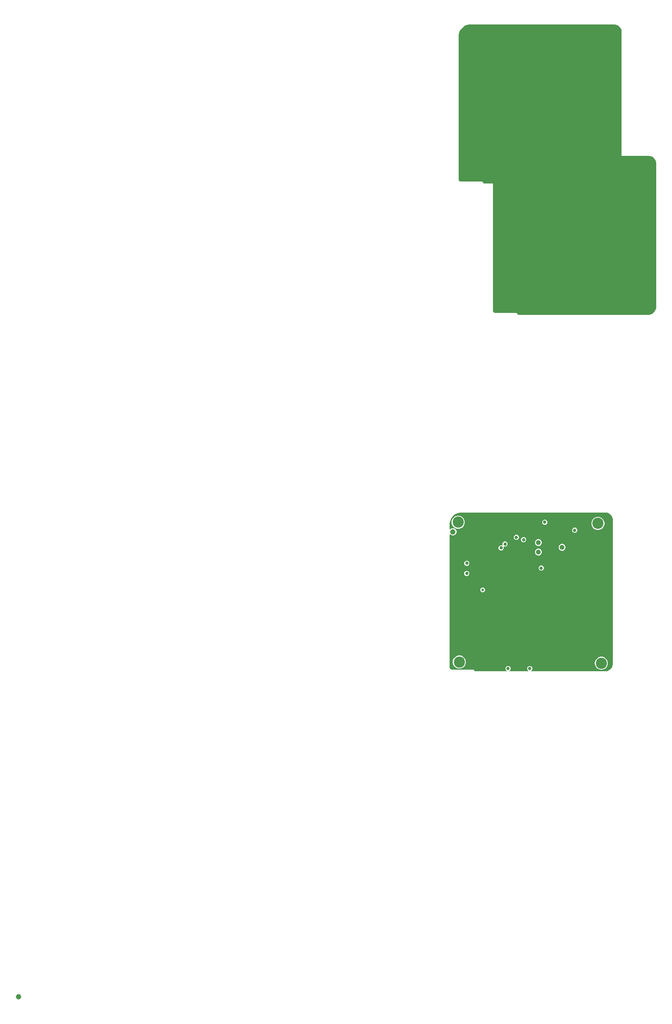
<source format=gbr>
%TF.GenerationSoftware,Altium Limited,Altium Designer,24.4.1 (13)*%
G04 Layer_Physical_Order=3*
G04 Layer_Color=16440176*
%FSLAX45Y45*%
%MOMM*%
%TF.SameCoordinates,9860FC65-6E59-49BE-95FE-00A45DA03842*%
%TF.FilePolarity,Positive*%
%TF.FileFunction,Copper,L3,Inr,Signal*%
%TF.Part,Single*%
G01*
G75*
%TA.AperFunction,ViaPad*%
%ADD42C,1.15200*%
%TA.AperFunction,ComponentPad*%
%ADD43C,1.06700*%
%TA.AperFunction,ViaPad*%
%ADD44C,2.40000*%
%ADD45C,0.80000*%
%ADD46C,0.70000*%
%ADD47C,0.60000*%
%ADD48C,0.50000*%
G36*
X3394170Y3403851D02*
X3423288Y3391790D01*
X3449494Y3374280D01*
X3471780Y3351994D01*
X3489290Y3325788D01*
X3501351Y3296670D01*
X3507500Y3265759D01*
Y3250000D01*
Y170000D01*
Y153256D01*
X3500967Y120413D01*
X3488152Y89475D01*
X3469548Y61631D01*
X3445869Y37952D01*
X3418025Y19348D01*
X3387087Y6533D01*
X3354243Y0D01*
X1748520D01*
X1745994Y12700D01*
X1753655Y15873D01*
X1769127Y31345D01*
X1777500Y51560D01*
Y73440D01*
X1769127Y93655D01*
X1753655Y109127D01*
X1733440Y117500D01*
X1711560D01*
X1691345Y109127D01*
X1675873Y93655D01*
X1667500Y73440D01*
Y51560D01*
X1675873Y31345D01*
X1691345Y15873D01*
X1699006Y12700D01*
X1696480Y0D01*
X1286020D01*
X1283494Y12700D01*
X1291155Y15873D01*
X1306627Y31345D01*
X1315000Y51560D01*
Y73440D01*
X1306627Y93655D01*
X1291155Y109127D01*
X1270940Y117500D01*
X1249060D01*
X1228845Y109127D01*
X1213373Y93655D01*
X1205000Y73440D01*
Y51560D01*
X1213373Y31345D01*
X1228845Y15873D01*
X1236506Y12700D01*
X1233980Y0D01*
X545511D01*
X541835Y1522D01*
X539022Y4335D01*
X537500Y8011D01*
Y10000D01*
X536923Y15853D01*
X532444Y26667D01*
X524167Y34944D01*
X513353Y39423D01*
X507500Y40000D01*
X47554D01*
X29177Y47612D01*
X15112Y61677D01*
X7500Y80054D01*
Y90000D01*
Y1600000D01*
Y2934797D01*
X20200Y2940057D01*
X27353Y2932905D01*
X45048Y2922688D01*
X64784Y2917400D01*
X85216D01*
X104953Y2922688D01*
X122647Y2932905D01*
X137095Y2947352D01*
X147312Y2965047D01*
X152600Y2984784D01*
Y3005216D01*
X147312Y3024952D01*
X137095Y3042647D01*
X122647Y3057095D01*
X104953Y3067311D01*
X85216Y3072600D01*
X64784D01*
X45048Y3067311D01*
X27353Y3057095D01*
X20200Y3049942D01*
X7500Y3055203D01*
Y3181017D01*
X17261Y3230089D01*
X36408Y3276314D01*
X64205Y3317915D01*
X99585Y3353295D01*
X141186Y3381092D01*
X187411Y3400239D01*
X236483Y3410000D01*
X3363258D01*
X3394170Y3403851D01*
D02*
G37*
G36*
X3584170Y13873851D02*
X3613288Y13861790D01*
X3639494Y13844279D01*
X3661780Y13821994D01*
X3679290Y13795789D01*
X3691351Y13766670D01*
X3697500Y13735757D01*
Y13720000D01*
Y11060000D01*
X4293259D01*
X4324170Y11053851D01*
X4353288Y11041790D01*
X4379494Y11024280D01*
X4401780Y11001994D01*
X4419290Y10975788D01*
X4431351Y10946670D01*
X4437500Y10915758D01*
Y10900000D01*
Y7820000D01*
Y7803256D01*
X4430967Y7770413D01*
X4418152Y7739474D01*
X4399548Y7711631D01*
X4375869Y7687952D01*
X4348025Y7669348D01*
X4317087Y7656533D01*
X4284244Y7650000D01*
X1475511D01*
X1471836Y7651522D01*
X1469022Y7654335D01*
X1467500Y7658011D01*
Y7660000D01*
X1466924Y7665853D01*
X1462444Y7676667D01*
X1454167Y7684944D01*
X1443353Y7689423D01*
X1437500Y7690000D01*
X977555D01*
X959177Y7697612D01*
X945112Y7711677D01*
X937500Y7730054D01*
Y7740000D01*
Y9250000D01*
Y10470000D01*
X735511D01*
X731835Y10471522D01*
X729022Y10474335D01*
X727500Y10478011D01*
Y10480000D01*
X726924Y10485853D01*
X722444Y10496667D01*
X714167Y10504944D01*
X703353Y10509423D01*
X697500Y10510000D01*
X237555D01*
X219177Y10517612D01*
X205112Y10531677D01*
X197500Y10550054D01*
Y10560000D01*
Y12070000D01*
Y13625999D01*
Y13651018D01*
X207261Y13700089D01*
X226408Y13746313D01*
X254205Y13787915D01*
X289585Y13823294D01*
X331186Y13851093D01*
X377411Y13870239D01*
X426483Y13880000D01*
X3553259D01*
X3584170Y13873851D01*
D02*
G37*
%LPC*%
G36*
X2058440Y3255000D02*
X2036560D01*
X2016345Y3246626D01*
X2000874Y3231155D01*
X1992500Y3210940D01*
Y3189060D01*
X2000874Y3168845D01*
X2016345Y3153373D01*
X2036560Y3145000D01*
X2058440D01*
X2078655Y3153373D01*
X2094127Y3168845D01*
X2102500Y3189060D01*
Y3210940D01*
X2094127Y3231155D01*
X2078655Y3246626D01*
X2058440Y3255000D01*
D02*
G37*
G36*
X205931Y3340000D02*
X169069D01*
X133462Y3330459D01*
X101538Y3312028D01*
X75472Y3285962D01*
X57041Y3254038D01*
X47500Y3218431D01*
Y3181569D01*
X57041Y3145962D01*
X75472Y3114038D01*
X101538Y3087972D01*
X133462Y3069541D01*
X169069Y3060000D01*
X205931D01*
X241538Y3069541D01*
X273462Y3087972D01*
X299528Y3114038D01*
X317959Y3145962D01*
X327500Y3181569D01*
Y3218431D01*
X317959Y3254038D01*
X299528Y3285962D01*
X273462Y3312028D01*
X241538Y3330459D01*
X205931Y3340000D01*
D02*
G37*
G36*
X3205931Y3315000D02*
X3169069D01*
X3133462Y3305459D01*
X3101538Y3287028D01*
X3075472Y3260962D01*
X3057041Y3229038D01*
X3047500Y3193431D01*
Y3156569D01*
X3057041Y3120962D01*
X3075472Y3089038D01*
X3101538Y3062972D01*
X3133462Y3044541D01*
X3169069Y3035000D01*
X3205931D01*
X3241538Y3044541D01*
X3273462Y3062972D01*
X3299528Y3089038D01*
X3317959Y3120962D01*
X3327500Y3156569D01*
Y3193431D01*
X3317959Y3229038D01*
X3299528Y3260962D01*
X3273462Y3287028D01*
X3241538Y3305459D01*
X3205931Y3315000D01*
D02*
G37*
G36*
X2700440Y3082458D02*
X2678560D01*
X2658345Y3074085D01*
X2642873Y3058613D01*
X2634500Y3038399D01*
Y3016518D01*
X2642873Y2996304D01*
X2658345Y2980832D01*
X2678560Y2972459D01*
X2700440D01*
X2720654Y2980832D01*
X2736126Y2996304D01*
X2744499Y3016518D01*
Y3038399D01*
X2736126Y3058613D01*
X2720654Y3074085D01*
X2700440Y3082458D01*
D02*
G37*
G36*
X1448440Y2930000D02*
X1426560D01*
X1406345Y2921627D01*
X1390874Y2906155D01*
X1382500Y2885940D01*
Y2864060D01*
X1390874Y2843845D01*
X1406345Y2828374D01*
X1426560Y2820000D01*
X1448440D01*
X1468655Y2828374D01*
X1484127Y2843845D01*
X1492500Y2864060D01*
Y2885940D01*
X1484127Y2906155D01*
X1468655Y2921627D01*
X1448440Y2930000D01*
D02*
G37*
G36*
X1605940Y2880000D02*
X1584060D01*
X1563845Y2871626D01*
X1548373Y2856155D01*
X1540000Y2835940D01*
Y2814060D01*
X1548373Y2793845D01*
X1563845Y2778373D01*
X1584060Y2770000D01*
X1605940D01*
X1626155Y2778373D01*
X1641626Y2793845D01*
X1650000Y2814060D01*
Y2835940D01*
X1641626Y2856155D01*
X1626155Y2871626D01*
X1605940Y2880000D01*
D02*
G37*
G36*
X1205940Y2787500D02*
X1184060D01*
X1163845Y2779127D01*
X1148373Y2763655D01*
X1140000Y2743440D01*
Y2721560D01*
X1144837Y2709884D01*
X1135116Y2700163D01*
X1123440Y2705000D01*
X1101560D01*
X1081345Y2696627D01*
X1065873Y2681155D01*
X1057500Y2660940D01*
Y2639060D01*
X1065873Y2618845D01*
X1081345Y2603374D01*
X1101560Y2595000D01*
X1123440D01*
X1143655Y2603374D01*
X1159126Y2618845D01*
X1167500Y2639060D01*
Y2660940D01*
X1162663Y2672616D01*
X1172383Y2682337D01*
X1184060Y2677500D01*
X1205940D01*
X1226155Y2685873D01*
X1241626Y2701345D01*
X1250000Y2721560D01*
Y2743440D01*
X1241626Y2763655D01*
X1226155Y2779127D01*
X1205940Y2787500D01*
D02*
G37*
G36*
X1920157Y2836450D02*
X1900844D01*
X1882188Y2831451D01*
X1865462Y2821794D01*
X1851806Y2808138D01*
X1842149Y2791412D01*
X1837150Y2772756D01*
Y2753443D01*
X1842149Y2734788D01*
X1851806Y2718062D01*
X1865462Y2704405D01*
X1882188Y2694749D01*
X1900844Y2689750D01*
X1920157D01*
X1938812Y2694749D01*
X1955538Y2704405D01*
X1969195Y2718062D01*
X1978851Y2734788D01*
X1983850Y2753443D01*
Y2772756D01*
X1978851Y2791412D01*
X1969195Y2808138D01*
X1955538Y2821794D01*
X1938812Y2831451D01*
X1920157Y2836450D01*
D02*
G37*
G36*
X2428157Y2734850D02*
X2408844D01*
X2390188Y2729851D01*
X2373462Y2720194D01*
X2359806Y2706538D01*
X2350149Y2689812D01*
X2345150Y2671156D01*
Y2651843D01*
X2350149Y2633188D01*
X2359806Y2616462D01*
X2373462Y2602805D01*
X2390188Y2593149D01*
X2408844Y2588150D01*
X2428157D01*
X2446812Y2593149D01*
X2463538Y2602805D01*
X2477195Y2616462D01*
X2486851Y2633188D01*
X2491850Y2651843D01*
Y2671156D01*
X2486851Y2689812D01*
X2477195Y2706538D01*
X2463538Y2720194D01*
X2446812Y2729851D01*
X2428157Y2734850D01*
D02*
G37*
G36*
X1920157Y2633250D02*
X1900844D01*
X1882188Y2628251D01*
X1865462Y2618594D01*
X1851806Y2604938D01*
X1842149Y2588212D01*
X1837150Y2569556D01*
Y2550243D01*
X1842149Y2531588D01*
X1851806Y2514862D01*
X1865462Y2501205D01*
X1882188Y2491549D01*
X1900844Y2486550D01*
X1920157D01*
X1938812Y2491549D01*
X1955538Y2501205D01*
X1969195Y2514862D01*
X1978851Y2531588D01*
X1983850Y2550243D01*
Y2569556D01*
X1978851Y2588212D01*
X1969195Y2604938D01*
X1955538Y2618594D01*
X1938812Y2628251D01*
X1920157Y2633250D01*
D02*
G37*
G36*
X385440Y2374958D02*
X363560D01*
X343345Y2366585D01*
X327873Y2351113D01*
X319500Y2330899D01*
Y2309018D01*
X327873Y2288804D01*
X343345Y2273332D01*
X363560Y2264959D01*
X385440D01*
X405655Y2273332D01*
X421126Y2288804D01*
X429500Y2309018D01*
Y2330899D01*
X421126Y2351113D01*
X405655Y2366585D01*
X385440Y2374958D01*
D02*
G37*
G36*
X1980940Y2272500D02*
X1959060D01*
X1938845Y2264127D01*
X1923374Y2248655D01*
X1915000Y2228440D01*
Y2206560D01*
X1923374Y2186345D01*
X1938845Y2170873D01*
X1959060Y2162500D01*
X1980940D01*
X2001155Y2170873D01*
X2016627Y2186345D01*
X2025000Y2206560D01*
Y2228440D01*
X2016627Y2248655D01*
X2001155Y2264127D01*
X1980940Y2272500D01*
D02*
G37*
G36*
X383440Y2157500D02*
X361560D01*
X341345Y2149127D01*
X325873Y2133655D01*
X317500Y2113440D01*
Y2091560D01*
X325873Y2071345D01*
X341345Y2055873D01*
X361560Y2047500D01*
X383440D01*
X403655Y2055873D01*
X419126Y2071345D01*
X427500Y2091560D01*
Y2113440D01*
X419126Y2133655D01*
X403655Y2149127D01*
X383440Y2157500D01*
D02*
G37*
G36*
X722446Y1800000D02*
X702554D01*
X684177Y1792388D01*
X670112Y1778323D01*
X662500Y1759946D01*
Y1740054D01*
X670112Y1721677D01*
X684177Y1707612D01*
X702554Y1700000D01*
X722446D01*
X740823Y1707612D01*
X754888Y1721677D01*
X762500Y1740054D01*
Y1759946D01*
X754888Y1778323D01*
X740823Y1792388D01*
X722446Y1800000D01*
D02*
G37*
G36*
X230931Y340000D02*
X194069D01*
X158462Y330459D01*
X126538Y312028D01*
X100472Y285962D01*
X82041Y254038D01*
X72500Y218431D01*
Y181569D01*
X82041Y145962D01*
X100472Y114038D01*
X126538Y87972D01*
X158462Y69541D01*
X194069Y60000D01*
X230931D01*
X266538Y69541D01*
X298462Y87972D01*
X324528Y114038D01*
X342959Y145962D01*
X352500Y181569D01*
Y218431D01*
X342959Y254038D01*
X324528Y285962D01*
X298462Y312028D01*
X266538Y330459D01*
X230931Y340000D01*
D02*
G37*
G36*
X3280931Y315000D02*
X3244069D01*
X3208462Y305459D01*
X3176538Y287028D01*
X3150472Y260962D01*
X3132041Y229038D01*
X3122500Y193431D01*
Y156569D01*
X3132041Y120962D01*
X3150472Y89038D01*
X3176538Y62972D01*
X3208462Y44541D01*
X3244069Y35000D01*
X3280931D01*
X3316538Y44541D01*
X3348462Y62972D01*
X3374528Y89038D01*
X3392959Y120962D01*
X3402500Y156569D01*
Y193431D01*
X3392959Y229038D01*
X3374528Y260962D01*
X3348462Y287028D01*
X3316538Y305459D01*
X3280931Y315000D01*
D02*
G37*
%LPD*%
D42*
X3425000Y465000D02*
D03*
X75000Y2995000D02*
D03*
X-9247300Y-6984800D02*
D03*
D43*
X1910500Y2763100D02*
D03*
Y2559900D02*
D03*
X2418500Y2661500D02*
D03*
D44*
X3262500Y175000D02*
D03*
X212500Y200000D02*
D03*
X3187500Y3175000D02*
D03*
X187500Y3200000D02*
D03*
D45*
X3237507Y2900005D02*
D03*
X3337507Y2700005D02*
D03*
X3237507Y2500005D02*
D03*
Y1300005D02*
D03*
X3337507Y1100004D02*
D03*
X3237507Y900004D02*
D03*
X3337507Y700004D02*
D03*
X3237507Y500004D02*
D03*
X3037507Y3300006D02*
D03*
Y2900005D02*
D03*
X3137507Y2700005D02*
D03*
X3037507Y2500005D02*
D03*
X3137507Y1500005D02*
D03*
X3037507Y1300005D02*
D03*
X3137507Y1100004D02*
D03*
X3037507Y900004D02*
D03*
X3137507Y700004D02*
D03*
X3037507Y500004D02*
D03*
Y100004D02*
D03*
X2837507Y3300006D02*
D03*
X2937507Y3100005D02*
D03*
X2837507Y2900005D02*
D03*
X2937507Y2700005D02*
D03*
X2837507Y2500005D02*
D03*
X2937507Y2300005D02*
D03*
Y1100004D02*
D03*
X2837507Y900004D02*
D03*
X2937507Y300004D02*
D03*
X2837507Y100004D02*
D03*
X2637507Y3300006D02*
D03*
X2737507Y2300005D02*
D03*
X2637507Y2100005D02*
D03*
Y1300005D02*
D03*
Y900004D02*
D03*
X2737507Y300004D02*
D03*
X2437506Y2900005D02*
D03*
X2537506Y2700005D02*
D03*
X2437506Y2500005D02*
D03*
Y2100005D02*
D03*
Y1300005D02*
D03*
X2537506Y1100004D02*
D03*
X2437506Y900004D02*
D03*
X2237506Y1700005D02*
D03*
X2337506Y700004D02*
D03*
Y300004D02*
D03*
X2137506Y2300005D02*
D03*
X2037506Y2100005D02*
D03*
Y1700005D02*
D03*
X1837506Y2900005D02*
D03*
Y1700005D02*
D03*
X1937506Y1500005D02*
D03*
X1437506Y500004D02*
D03*
X1037506Y2900005D02*
D03*
Y900004D02*
D03*
X737506Y700004D02*
D03*
X437505Y3300006D02*
D03*
X537505Y1100004D02*
D03*
Y700004D02*
D03*
X237505Y1700005D02*
D03*
Y500004D02*
D03*
D46*
X470000Y1950556D02*
D03*
X1077500Y2405000D02*
D03*
X1022500Y2548056D02*
D03*
X1807500Y1315000D02*
D03*
X1940000Y2062500D02*
D03*
X805000Y2965000D02*
D03*
X399500Y1027459D02*
D03*
X2689500Y3027459D02*
D03*
X1970000Y2217500D02*
D03*
X374500Y2319959D02*
D03*
X214499Y2469959D02*
D03*
X372500Y2102500D02*
D03*
X1437500Y2875000D02*
D03*
X1195000Y2732500D02*
D03*
X1595000Y2825000D02*
D03*
X1260000Y62500D02*
D03*
X1722500D02*
D03*
X1392500Y1070000D02*
D03*
X1352500Y632500D02*
D03*
X2980000Y1442500D02*
D03*
X2890000Y2105000D02*
D03*
X2087500Y2885000D02*
D03*
X1885000Y3067500D02*
D03*
X1145000Y2550000D02*
D03*
X2047500Y3200000D02*
D03*
X1112500Y2650000D02*
D03*
D47*
X712500Y1750000D02*
D03*
D48*
X1497500Y1605000D02*
D03*
X1387500D02*
D03*
X1277500D02*
D03*
X1167500D02*
D03*
X1057500D02*
D03*
X1497500Y1715000D02*
D03*
X1387500D02*
D03*
X1277500D02*
D03*
X1167500D02*
D03*
X1057500D02*
D03*
X1497500Y1825000D02*
D03*
X1387500D02*
D03*
X1277500D02*
D03*
X1167500D02*
D03*
X1057500D02*
D03*
X1497500Y1935000D02*
D03*
X1387500D02*
D03*
X1277500D02*
D03*
X1167500D02*
D03*
X1057500D02*
D03*
X1497500Y2045000D02*
D03*
X1387500D02*
D03*
X1277500D02*
D03*
X1167500D02*
D03*
X1057500D02*
D03*
X642500Y2730000D02*
D03*
Y2620000D02*
D03*
X532500D02*
D03*
Y2730000D02*
D03*
%TF.MD5,0416ce3a585ada8dd23c936e62dd226b*%
M02*

</source>
